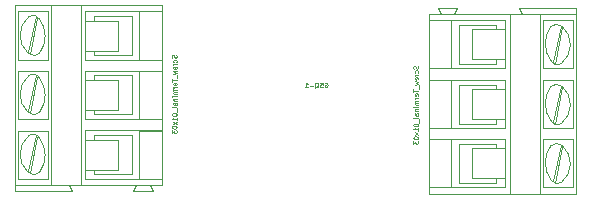
<source format=gbr>
G04 #@! TF.GenerationSoftware,KiCad,Pcbnew,(2018-02-16 revision c95340fba)-makepkg*
G04 #@! TF.CreationDate,2018-04-16T21:08:27+02:00*
G04 #@! TF.ProjectId,lin_bb,6C696E5F62622E6B696361645F706362,rev?*
G04 #@! TF.SameCoordinates,Original*
G04 #@! TF.FileFunction,Other,Fab,Bot*
%FSLAX46Y46*%
G04 Gerber Fmt 4.6, Leading zero omitted, Abs format (unit mm)*
G04 Created by KiCad (PCBNEW (2018-02-16 revision c95340fba)-makepkg) date 04/16/18 21:08:27*
%MOMM*%
%LPD*%
G01*
G04 APERTURE LIST*
%ADD10C,0.100000*%
G04 APERTURE END LIST*
D10*
X132862995Y-109275574D02*
G75*
G02X133782000Y-109431000I399005J-435426D01*
G01*
X132850313Y-112379239D02*
G75*
G02X132912000Y-109231000I1351687J1548239D01*
G01*
X133743737Y-109388667D02*
G75*
G02X133792000Y-112371000I-1901737J-1522333D01*
G01*
X133835995Y-112326532D02*
G75*
G02X132862000Y-112381000I-513995J455532D01*
G01*
X132853301Y-114288028D02*
G75*
G02X133782000Y-114431000I408699J-432972D01*
G01*
X132850313Y-117379239D02*
G75*
G02X132912000Y-114231000I1351687J1548239D01*
G01*
X133743737Y-114388667D02*
G75*
G02X133792000Y-117371000I-1901737J-1522333D01*
G01*
X133825996Y-117336620D02*
G75*
G02X132862000Y-117381000I-503996J455620D01*
G01*
X133825996Y-122416620D02*
G75*
G02X132862000Y-122461000I-503996J455620D01*
G01*
X133743737Y-119468667D02*
G75*
G02X133792000Y-122451000I-1901737J-1522333D01*
G01*
X132850313Y-122459239D02*
G75*
G02X132912000Y-119311000I1351687J1548239D01*
G01*
X132853301Y-119368028D02*
G75*
G02X133782000Y-119511000I408699J-432972D01*
G01*
X137662000Y-114211000D02*
X137662000Y-117511000D01*
X137662000Y-113831000D02*
X137662000Y-114211000D01*
X137662000Y-117891000D02*
X137662000Y-117511000D01*
X137662000Y-112511000D02*
X137662000Y-109201000D01*
X137662000Y-112891000D02*
X137662000Y-112511000D01*
X137662000Y-108821000D02*
X137662000Y-109201000D01*
X133592000Y-109361000D02*
X132962000Y-112401000D01*
X133462000Y-109231000D02*
X132832000Y-112281000D01*
X133592000Y-114361000D02*
X132962000Y-117411000D01*
X133462000Y-114231000D02*
X132832000Y-117281000D01*
X131942000Y-112891000D02*
X131942000Y-108821000D01*
X134482000Y-108821000D02*
X131942000Y-108821000D01*
X134482000Y-112891000D02*
X134482000Y-108821000D01*
X134482000Y-112891000D02*
X131942000Y-112891000D01*
X134482000Y-117891000D02*
X134482000Y-113831000D01*
X131942000Y-117891000D02*
X134482000Y-117891000D01*
X131942000Y-113831000D02*
X131942000Y-117891000D01*
X134482000Y-113831000D02*
X131942000Y-113831000D01*
X134732000Y-108291000D02*
X131692000Y-108291000D01*
X134732000Y-108291000D02*
X134732000Y-118451000D01*
X137272000Y-108291000D02*
X134732000Y-108291000D01*
X144132000Y-108291000D02*
X137272000Y-108291000D01*
X138422000Y-117511000D02*
X138422000Y-117131000D01*
X138422000Y-114211000D02*
X138422000Y-114591000D01*
X138422000Y-112511000D02*
X138422000Y-112131000D01*
X138422000Y-109201000D02*
X138422000Y-109591000D01*
X141592000Y-109201000D02*
X138422000Y-109201000D01*
X141592000Y-112511000D02*
X141592000Y-109201000D01*
X141592000Y-112511000D02*
X138422000Y-112511000D01*
X141592000Y-114211000D02*
X138422000Y-114211000D01*
X141592000Y-117511000D02*
X141592000Y-114211000D01*
X141592000Y-117511000D02*
X138422000Y-117511000D01*
X142232000Y-108821000D02*
X144132000Y-108821000D01*
X142232000Y-112891000D02*
X137662000Y-112891000D01*
X142232000Y-112891000D02*
X142232000Y-108821000D01*
X142232000Y-117891000D02*
X144132000Y-117891000D01*
X142232000Y-113831000D02*
X137662000Y-113831000D01*
X142232000Y-113831000D02*
X142232000Y-117891000D01*
X144132000Y-108821000D02*
X144132000Y-112891000D01*
X144132000Y-108291000D02*
X144132000Y-108821000D01*
X137662000Y-108821000D02*
X142232000Y-108821000D01*
X144132000Y-112891000D02*
X144132000Y-113831000D01*
X144132000Y-112891000D02*
X142232000Y-112891000D01*
X144132000Y-117891000D02*
X144132000Y-118451000D01*
X144132000Y-113831000D02*
X144132000Y-117891000D01*
X137662000Y-117891000D02*
X142232000Y-117891000D01*
X144132000Y-113831000D02*
X142232000Y-113831000D01*
X141972000Y-118891000D02*
X143122000Y-118891000D01*
X143122000Y-118891000D02*
X144132000Y-118891000D01*
X140452000Y-114591000D02*
X137662000Y-114591000D01*
X137662000Y-114591000D02*
X137662000Y-117131000D01*
X140452000Y-117131000D02*
X137662000Y-117131000D01*
X140452000Y-114591000D02*
X140452000Y-117131000D01*
X140452000Y-109591000D02*
X137662000Y-109591000D01*
X137662000Y-109591000D02*
X137662000Y-112131000D01*
X140452000Y-112131000D02*
X137662000Y-112131000D01*
X140452000Y-109591000D02*
X140452000Y-112131000D01*
X140452000Y-119671000D02*
X140452000Y-122211000D01*
X140452000Y-122211000D02*
X137662000Y-122211000D01*
X137662000Y-119671000D02*
X137662000Y-122211000D01*
X140452000Y-119671000D02*
X137662000Y-119671000D01*
X131692000Y-123531000D02*
X134732000Y-123531000D01*
X131692000Y-123531000D02*
X131692000Y-124041000D01*
X131692000Y-124041000D02*
X136512000Y-124041000D01*
X136512000Y-124041000D02*
X136262000Y-123531000D01*
X143372000Y-124041000D02*
X143122000Y-123531000D01*
X143122000Y-123531000D02*
X144132000Y-123531000D01*
X141722000Y-124041000D02*
X141972000Y-123531000D01*
X141972000Y-123531000D02*
X143122000Y-123531000D01*
X141722000Y-124041000D02*
X143372000Y-124041000D01*
X144132000Y-118911000D02*
X142232000Y-118911000D01*
X137662000Y-122971000D02*
X142232000Y-122971000D01*
X144132000Y-122971000D02*
X144132000Y-123531000D01*
X142232000Y-118911000D02*
X142232000Y-122971000D01*
X142232000Y-122971000D02*
X144132000Y-122971000D01*
X141592000Y-122591000D02*
X138422000Y-122591000D01*
X141592000Y-122591000D02*
X141592000Y-119291000D01*
X141592000Y-119291000D02*
X138422000Y-119291000D01*
X138422000Y-119291000D02*
X138422000Y-119671000D01*
X138422000Y-122591000D02*
X138422000Y-122211000D01*
X136262000Y-123531000D02*
X137272000Y-123531000D01*
X137272000Y-123531000D02*
X141972000Y-123531000D01*
X134732000Y-123531000D02*
X136262000Y-123531000D01*
X134482000Y-118911000D02*
X131942000Y-118911000D01*
X131942000Y-118911000D02*
X131942000Y-122971000D01*
X131942000Y-122971000D02*
X134482000Y-122971000D01*
X134482000Y-122971000D02*
X134482000Y-118911000D01*
X133462000Y-119311000D02*
X132832000Y-122361000D01*
X133592000Y-119441000D02*
X132962000Y-122491000D01*
X137662000Y-122971000D02*
X137662000Y-122591000D01*
X137662000Y-118911000D02*
X137662000Y-119291000D01*
X137662000Y-119291000D02*
X137662000Y-122591000D01*
X131692000Y-108291000D02*
X131692000Y-123531000D01*
X134732000Y-118451000D02*
X134732000Y-123471000D01*
X144132000Y-122961000D02*
X144132000Y-118451000D01*
X141912000Y-118891000D02*
X137662000Y-118891000D01*
X137272000Y-123531000D02*
X137272000Y-108351000D01*
X178033005Y-123261426D02*
G75*
G02X177114000Y-123106000I-399005J435426D01*
G01*
X178045687Y-120157761D02*
G75*
G02X177984000Y-123306000I-1351687J-1548239D01*
G01*
X177152263Y-123148333D02*
G75*
G02X177104000Y-120166000I1901737J1522333D01*
G01*
X177060005Y-120210468D02*
G75*
G02X178034000Y-120156000I513995J-455532D01*
G01*
X178042699Y-118248972D02*
G75*
G02X177114000Y-118106000I-408699J432972D01*
G01*
X178045687Y-115157761D02*
G75*
G02X177984000Y-118306000I-1351687J-1548239D01*
G01*
X177152263Y-118148333D02*
G75*
G02X177104000Y-115166000I1901737J1522333D01*
G01*
X177070004Y-115200380D02*
G75*
G02X178034000Y-115156000I503996J-455620D01*
G01*
X177070004Y-110120380D02*
G75*
G02X178034000Y-110076000I503996J-455620D01*
G01*
X177152263Y-113068333D02*
G75*
G02X177104000Y-110086000I1901737J1522333D01*
G01*
X178045687Y-110077761D02*
G75*
G02X177984000Y-113226000I-1351687J-1548239D01*
G01*
X178042699Y-113168972D02*
G75*
G02X177114000Y-113026000I-408699J432972D01*
G01*
X173234000Y-118326000D02*
X173234000Y-115026000D01*
X173234000Y-118706000D02*
X173234000Y-118326000D01*
X173234000Y-114646000D02*
X173234000Y-115026000D01*
X173234000Y-120026000D02*
X173234000Y-123336000D01*
X173234000Y-119646000D02*
X173234000Y-120026000D01*
X173234000Y-123716000D02*
X173234000Y-123336000D01*
X177304000Y-123176000D02*
X177934000Y-120136000D01*
X177434000Y-123306000D02*
X178064000Y-120256000D01*
X177304000Y-118176000D02*
X177934000Y-115126000D01*
X177434000Y-118306000D02*
X178064000Y-115256000D01*
X178954000Y-119646000D02*
X178954000Y-123716000D01*
X176414000Y-123716000D02*
X178954000Y-123716000D01*
X176414000Y-119646000D02*
X176414000Y-123716000D01*
X176414000Y-119646000D02*
X178954000Y-119646000D01*
X176414000Y-114646000D02*
X176414000Y-118706000D01*
X178954000Y-114646000D02*
X176414000Y-114646000D01*
X178954000Y-118706000D02*
X178954000Y-114646000D01*
X176414000Y-118706000D02*
X178954000Y-118706000D01*
X176164000Y-124246000D02*
X179204000Y-124246000D01*
X176164000Y-124246000D02*
X176164000Y-114086000D01*
X173624000Y-124246000D02*
X176164000Y-124246000D01*
X166764000Y-124246000D02*
X173624000Y-124246000D01*
X172474000Y-115026000D02*
X172474000Y-115406000D01*
X172474000Y-118326000D02*
X172474000Y-117946000D01*
X172474000Y-120026000D02*
X172474000Y-120406000D01*
X172474000Y-123336000D02*
X172474000Y-122946000D01*
X169304000Y-123336000D02*
X172474000Y-123336000D01*
X169304000Y-120026000D02*
X169304000Y-123336000D01*
X169304000Y-120026000D02*
X172474000Y-120026000D01*
X169304000Y-118326000D02*
X172474000Y-118326000D01*
X169304000Y-115026000D02*
X169304000Y-118326000D01*
X169304000Y-115026000D02*
X172474000Y-115026000D01*
X168664000Y-123716000D02*
X166764000Y-123716000D01*
X168664000Y-119646000D02*
X173234000Y-119646000D01*
X168664000Y-119646000D02*
X168664000Y-123716000D01*
X168664000Y-114646000D02*
X166764000Y-114646000D01*
X168664000Y-118706000D02*
X173234000Y-118706000D01*
X168664000Y-118706000D02*
X168664000Y-114646000D01*
X166764000Y-123716000D02*
X166764000Y-119646000D01*
X166764000Y-124246000D02*
X166764000Y-123716000D01*
X173234000Y-123716000D02*
X168664000Y-123716000D01*
X166764000Y-119646000D02*
X166764000Y-118706000D01*
X166764000Y-119646000D02*
X168664000Y-119646000D01*
X166764000Y-114646000D02*
X166764000Y-114086000D01*
X166764000Y-118706000D02*
X166764000Y-114646000D01*
X173234000Y-114646000D02*
X168664000Y-114646000D01*
X166764000Y-118706000D02*
X168664000Y-118706000D01*
X168924000Y-113646000D02*
X167774000Y-113646000D01*
X167774000Y-113646000D02*
X166764000Y-113646000D01*
X170444000Y-117946000D02*
X173234000Y-117946000D01*
X173234000Y-117946000D02*
X173234000Y-115406000D01*
X170444000Y-115406000D02*
X173234000Y-115406000D01*
X170444000Y-117946000D02*
X170444000Y-115406000D01*
X170444000Y-122946000D02*
X173234000Y-122946000D01*
X173234000Y-122946000D02*
X173234000Y-120406000D01*
X170444000Y-120406000D02*
X173234000Y-120406000D01*
X170444000Y-122946000D02*
X170444000Y-120406000D01*
X170444000Y-112866000D02*
X170444000Y-110326000D01*
X170444000Y-110326000D02*
X173234000Y-110326000D01*
X173234000Y-112866000D02*
X173234000Y-110326000D01*
X170444000Y-112866000D02*
X173234000Y-112866000D01*
X179204000Y-109006000D02*
X176164000Y-109006000D01*
X179204000Y-109006000D02*
X179204000Y-108496000D01*
X179204000Y-108496000D02*
X174384000Y-108496000D01*
X174384000Y-108496000D02*
X174634000Y-109006000D01*
X167524000Y-108496000D02*
X167774000Y-109006000D01*
X167774000Y-109006000D02*
X166764000Y-109006000D01*
X169174000Y-108496000D02*
X168924000Y-109006000D01*
X168924000Y-109006000D02*
X167774000Y-109006000D01*
X169174000Y-108496000D02*
X167524000Y-108496000D01*
X166764000Y-113626000D02*
X168664000Y-113626000D01*
X173234000Y-109566000D02*
X168664000Y-109566000D01*
X166764000Y-109566000D02*
X166764000Y-109006000D01*
X168664000Y-113626000D02*
X168664000Y-109566000D01*
X168664000Y-109566000D02*
X166764000Y-109566000D01*
X169304000Y-109946000D02*
X172474000Y-109946000D01*
X169304000Y-109946000D02*
X169304000Y-113246000D01*
X169304000Y-113246000D02*
X172474000Y-113246000D01*
X172474000Y-113246000D02*
X172474000Y-112866000D01*
X172474000Y-109946000D02*
X172474000Y-110326000D01*
X174634000Y-109006000D02*
X173624000Y-109006000D01*
X173624000Y-109006000D02*
X168924000Y-109006000D01*
X176164000Y-109006000D02*
X174634000Y-109006000D01*
X176414000Y-113626000D02*
X178954000Y-113626000D01*
X178954000Y-113626000D02*
X178954000Y-109566000D01*
X178954000Y-109566000D02*
X176414000Y-109566000D01*
X176414000Y-109566000D02*
X176414000Y-113626000D01*
X177434000Y-113226000D02*
X178064000Y-110176000D01*
X177304000Y-113096000D02*
X177934000Y-110046000D01*
X173234000Y-109566000D02*
X173234000Y-109946000D01*
X173234000Y-113626000D02*
X173234000Y-113246000D01*
X173234000Y-113246000D02*
X173234000Y-109946000D01*
X179204000Y-124246000D02*
X179204000Y-109006000D01*
X176164000Y-114086000D02*
X176164000Y-109066000D01*
X166764000Y-109576000D02*
X166764000Y-114086000D01*
X168984000Y-113646000D02*
X173234000Y-113646000D01*
X173624000Y-109006000D02*
X173624000Y-124186000D01*
X145383904Y-112525761D02*
X145402952Y-112582904D01*
X145402952Y-112678142D01*
X145383904Y-112716238D01*
X145364857Y-112735285D01*
X145326761Y-112754333D01*
X145288666Y-112754333D01*
X145250571Y-112735285D01*
X145231523Y-112716238D01*
X145212476Y-112678142D01*
X145193428Y-112601952D01*
X145174380Y-112563857D01*
X145155333Y-112544809D01*
X145117238Y-112525761D01*
X145079142Y-112525761D01*
X145041047Y-112544809D01*
X145022000Y-112563857D01*
X145002952Y-112601952D01*
X145002952Y-112697190D01*
X145022000Y-112754333D01*
X145383904Y-113097190D02*
X145402952Y-113059095D01*
X145402952Y-112982904D01*
X145383904Y-112944809D01*
X145364857Y-112925761D01*
X145326761Y-112906714D01*
X145212476Y-112906714D01*
X145174380Y-112925761D01*
X145155333Y-112944809D01*
X145136285Y-112982904D01*
X145136285Y-113059095D01*
X145155333Y-113097190D01*
X145402952Y-113268619D02*
X145136285Y-113268619D01*
X145212476Y-113268619D02*
X145174380Y-113287666D01*
X145155333Y-113306714D01*
X145136285Y-113344809D01*
X145136285Y-113382904D01*
X145383904Y-113668619D02*
X145402952Y-113630523D01*
X145402952Y-113554333D01*
X145383904Y-113516238D01*
X145345809Y-113497190D01*
X145193428Y-113497190D01*
X145155333Y-113516238D01*
X145136285Y-113554333D01*
X145136285Y-113630523D01*
X145155333Y-113668619D01*
X145193428Y-113687666D01*
X145231523Y-113687666D01*
X145269619Y-113497190D01*
X145136285Y-113821000D02*
X145402952Y-113897190D01*
X145212476Y-113973380D01*
X145402952Y-114049571D01*
X145136285Y-114125761D01*
X145441047Y-114182904D02*
X145441047Y-114487666D01*
X145002952Y-114525761D02*
X145002952Y-114754333D01*
X145402952Y-114640047D02*
X145002952Y-114640047D01*
X145383904Y-115040047D02*
X145402952Y-115001952D01*
X145402952Y-114925761D01*
X145383904Y-114887666D01*
X145345809Y-114868619D01*
X145193428Y-114868619D01*
X145155333Y-114887666D01*
X145136285Y-114925761D01*
X145136285Y-115001952D01*
X145155333Y-115040047D01*
X145193428Y-115059095D01*
X145231523Y-115059095D01*
X145269619Y-114868619D01*
X145402952Y-115230523D02*
X145136285Y-115230523D01*
X145212476Y-115230523D02*
X145174380Y-115249571D01*
X145155333Y-115268619D01*
X145136285Y-115306714D01*
X145136285Y-115344809D01*
X145402952Y-115478142D02*
X145136285Y-115478142D01*
X145174380Y-115478142D02*
X145155333Y-115497190D01*
X145136285Y-115535285D01*
X145136285Y-115592428D01*
X145155333Y-115630523D01*
X145193428Y-115649571D01*
X145402952Y-115649571D01*
X145193428Y-115649571D02*
X145155333Y-115668619D01*
X145136285Y-115706714D01*
X145136285Y-115763857D01*
X145155333Y-115801952D01*
X145193428Y-115821000D01*
X145402952Y-115821000D01*
X145402952Y-116011476D02*
X145136285Y-116011476D01*
X145002952Y-116011476D02*
X145022000Y-115992428D01*
X145041047Y-116011476D01*
X145022000Y-116030523D01*
X145002952Y-116011476D01*
X145041047Y-116011476D01*
X145136285Y-116201952D02*
X145402952Y-116201952D01*
X145174380Y-116201952D02*
X145155333Y-116221000D01*
X145136285Y-116259095D01*
X145136285Y-116316238D01*
X145155333Y-116354333D01*
X145193428Y-116373380D01*
X145402952Y-116373380D01*
X145402952Y-116735285D02*
X145193428Y-116735285D01*
X145155333Y-116716238D01*
X145136285Y-116678142D01*
X145136285Y-116601952D01*
X145155333Y-116563857D01*
X145383904Y-116735285D02*
X145402952Y-116697190D01*
X145402952Y-116601952D01*
X145383904Y-116563857D01*
X145345809Y-116544809D01*
X145307714Y-116544809D01*
X145269619Y-116563857D01*
X145250571Y-116601952D01*
X145250571Y-116697190D01*
X145231523Y-116735285D01*
X145402952Y-116982904D02*
X145383904Y-116944809D01*
X145345809Y-116925761D01*
X145002952Y-116925761D01*
X145441047Y-117040047D02*
X145441047Y-117344809D01*
X145002952Y-117516238D02*
X145002952Y-117554333D01*
X145022000Y-117592428D01*
X145041047Y-117611476D01*
X145079142Y-117630523D01*
X145155333Y-117649571D01*
X145250571Y-117649571D01*
X145326761Y-117630523D01*
X145364857Y-117611476D01*
X145383904Y-117592428D01*
X145402952Y-117554333D01*
X145402952Y-117516238D01*
X145383904Y-117478142D01*
X145364857Y-117459095D01*
X145326761Y-117440047D01*
X145250571Y-117421000D01*
X145155333Y-117421000D01*
X145079142Y-117440047D01*
X145041047Y-117459095D01*
X145022000Y-117478142D01*
X145002952Y-117516238D01*
X145402952Y-118030523D02*
X145402952Y-117801952D01*
X145402952Y-117916238D02*
X145002952Y-117916238D01*
X145060095Y-117878142D01*
X145098190Y-117840047D01*
X145117238Y-117801952D01*
X145402952Y-118163857D02*
X145136285Y-118373380D01*
X145136285Y-118163857D02*
X145402952Y-118373380D01*
X145002952Y-118601952D02*
X145002952Y-118640047D01*
X145022000Y-118678142D01*
X145041047Y-118697190D01*
X145079142Y-118716238D01*
X145155333Y-118735285D01*
X145250571Y-118735285D01*
X145326761Y-118716238D01*
X145364857Y-118697190D01*
X145383904Y-118678142D01*
X145402952Y-118640047D01*
X145402952Y-118601952D01*
X145383904Y-118563857D01*
X145364857Y-118544809D01*
X145326761Y-118525761D01*
X145250571Y-118506714D01*
X145155333Y-118506714D01*
X145079142Y-118525761D01*
X145041047Y-118544809D01*
X145022000Y-118563857D01*
X145002952Y-118601952D01*
X145002952Y-118868619D02*
X145002952Y-119116238D01*
X145155333Y-118982904D01*
X145155333Y-119040047D01*
X145174380Y-119078142D01*
X145193428Y-119097190D01*
X145231523Y-119116238D01*
X145326761Y-119116238D01*
X145364857Y-119097190D01*
X145383904Y-119078142D01*
X145402952Y-119040047D01*
X145402952Y-118925761D01*
X145383904Y-118887666D01*
X145364857Y-118868619D01*
X165835904Y-113420761D02*
X165854952Y-113477904D01*
X165854952Y-113573142D01*
X165835904Y-113611238D01*
X165816857Y-113630285D01*
X165778761Y-113649333D01*
X165740666Y-113649333D01*
X165702571Y-113630285D01*
X165683523Y-113611238D01*
X165664476Y-113573142D01*
X165645428Y-113496952D01*
X165626380Y-113458857D01*
X165607333Y-113439809D01*
X165569238Y-113420761D01*
X165531142Y-113420761D01*
X165493047Y-113439809D01*
X165474000Y-113458857D01*
X165454952Y-113496952D01*
X165454952Y-113592190D01*
X165474000Y-113649333D01*
X165835904Y-113992190D02*
X165854952Y-113954095D01*
X165854952Y-113877904D01*
X165835904Y-113839809D01*
X165816857Y-113820761D01*
X165778761Y-113801714D01*
X165664476Y-113801714D01*
X165626380Y-113820761D01*
X165607333Y-113839809D01*
X165588285Y-113877904D01*
X165588285Y-113954095D01*
X165607333Y-113992190D01*
X165854952Y-114163619D02*
X165588285Y-114163619D01*
X165664476Y-114163619D02*
X165626380Y-114182666D01*
X165607333Y-114201714D01*
X165588285Y-114239809D01*
X165588285Y-114277904D01*
X165835904Y-114563619D02*
X165854952Y-114525523D01*
X165854952Y-114449333D01*
X165835904Y-114411238D01*
X165797809Y-114392190D01*
X165645428Y-114392190D01*
X165607333Y-114411238D01*
X165588285Y-114449333D01*
X165588285Y-114525523D01*
X165607333Y-114563619D01*
X165645428Y-114582666D01*
X165683523Y-114582666D01*
X165721619Y-114392190D01*
X165588285Y-114716000D02*
X165854952Y-114792190D01*
X165664476Y-114868380D01*
X165854952Y-114944571D01*
X165588285Y-115020761D01*
X165893047Y-115077904D02*
X165893047Y-115382666D01*
X165454952Y-115420761D02*
X165454952Y-115649333D01*
X165854952Y-115535047D02*
X165454952Y-115535047D01*
X165835904Y-115935047D02*
X165854952Y-115896952D01*
X165854952Y-115820761D01*
X165835904Y-115782666D01*
X165797809Y-115763619D01*
X165645428Y-115763619D01*
X165607333Y-115782666D01*
X165588285Y-115820761D01*
X165588285Y-115896952D01*
X165607333Y-115935047D01*
X165645428Y-115954095D01*
X165683523Y-115954095D01*
X165721619Y-115763619D01*
X165854952Y-116125523D02*
X165588285Y-116125523D01*
X165664476Y-116125523D02*
X165626380Y-116144571D01*
X165607333Y-116163619D01*
X165588285Y-116201714D01*
X165588285Y-116239809D01*
X165854952Y-116373142D02*
X165588285Y-116373142D01*
X165626380Y-116373142D02*
X165607333Y-116392190D01*
X165588285Y-116430285D01*
X165588285Y-116487428D01*
X165607333Y-116525523D01*
X165645428Y-116544571D01*
X165854952Y-116544571D01*
X165645428Y-116544571D02*
X165607333Y-116563619D01*
X165588285Y-116601714D01*
X165588285Y-116658857D01*
X165607333Y-116696952D01*
X165645428Y-116716000D01*
X165854952Y-116716000D01*
X165854952Y-116906476D02*
X165588285Y-116906476D01*
X165454952Y-116906476D02*
X165474000Y-116887428D01*
X165493047Y-116906476D01*
X165474000Y-116925523D01*
X165454952Y-116906476D01*
X165493047Y-116906476D01*
X165588285Y-117096952D02*
X165854952Y-117096952D01*
X165626380Y-117096952D02*
X165607333Y-117116000D01*
X165588285Y-117154095D01*
X165588285Y-117211238D01*
X165607333Y-117249333D01*
X165645428Y-117268380D01*
X165854952Y-117268380D01*
X165854952Y-117630285D02*
X165645428Y-117630285D01*
X165607333Y-117611238D01*
X165588285Y-117573142D01*
X165588285Y-117496952D01*
X165607333Y-117458857D01*
X165835904Y-117630285D02*
X165854952Y-117592190D01*
X165854952Y-117496952D01*
X165835904Y-117458857D01*
X165797809Y-117439809D01*
X165759714Y-117439809D01*
X165721619Y-117458857D01*
X165702571Y-117496952D01*
X165702571Y-117592190D01*
X165683523Y-117630285D01*
X165854952Y-117877904D02*
X165835904Y-117839809D01*
X165797809Y-117820761D01*
X165454952Y-117820761D01*
X165893047Y-117935047D02*
X165893047Y-118239809D01*
X165454952Y-118411238D02*
X165454952Y-118449333D01*
X165474000Y-118487428D01*
X165493047Y-118506476D01*
X165531142Y-118525523D01*
X165607333Y-118544571D01*
X165702571Y-118544571D01*
X165778761Y-118525523D01*
X165816857Y-118506476D01*
X165835904Y-118487428D01*
X165854952Y-118449333D01*
X165854952Y-118411238D01*
X165835904Y-118373142D01*
X165816857Y-118354095D01*
X165778761Y-118335047D01*
X165702571Y-118316000D01*
X165607333Y-118316000D01*
X165531142Y-118335047D01*
X165493047Y-118354095D01*
X165474000Y-118373142D01*
X165454952Y-118411238D01*
X165854952Y-118925523D02*
X165854952Y-118696952D01*
X165854952Y-118811238D02*
X165454952Y-118811238D01*
X165512095Y-118773142D01*
X165550190Y-118735047D01*
X165569238Y-118696952D01*
X165854952Y-119058857D02*
X165588285Y-119268380D01*
X165588285Y-119058857D02*
X165854952Y-119268380D01*
X165454952Y-119496952D02*
X165454952Y-119535047D01*
X165474000Y-119573142D01*
X165493047Y-119592190D01*
X165531142Y-119611238D01*
X165607333Y-119630285D01*
X165702571Y-119630285D01*
X165778761Y-119611238D01*
X165816857Y-119592190D01*
X165835904Y-119573142D01*
X165854952Y-119535047D01*
X165854952Y-119496952D01*
X165835904Y-119458857D01*
X165816857Y-119439809D01*
X165778761Y-119420761D01*
X165702571Y-119401714D01*
X165607333Y-119401714D01*
X165531142Y-119420761D01*
X165493047Y-119439809D01*
X165474000Y-119458857D01*
X165454952Y-119496952D01*
X165454952Y-119763619D02*
X165454952Y-120011238D01*
X165607333Y-119877904D01*
X165607333Y-119935047D01*
X165626380Y-119973142D01*
X165645428Y-119992190D01*
X165683523Y-120011238D01*
X165778761Y-120011238D01*
X165816857Y-119992190D01*
X165835904Y-119973142D01*
X165854952Y-119935047D01*
X165854952Y-119820761D01*
X165835904Y-119782666D01*
X165816857Y-119763619D01*
X157959333Y-114862000D02*
X157997428Y-114842952D01*
X158054571Y-114842952D01*
X158111714Y-114862000D01*
X158149809Y-114900095D01*
X158168857Y-114938190D01*
X158187904Y-115014380D01*
X158187904Y-115071523D01*
X158168857Y-115147714D01*
X158149809Y-115185809D01*
X158111714Y-115223904D01*
X158054571Y-115242952D01*
X158016476Y-115242952D01*
X157959333Y-115223904D01*
X157940285Y-115204857D01*
X157940285Y-115071523D01*
X158016476Y-115071523D01*
X157578380Y-114842952D02*
X157768857Y-114842952D01*
X157787904Y-115033428D01*
X157768857Y-115014380D01*
X157730761Y-114995333D01*
X157635523Y-114995333D01*
X157597428Y-115014380D01*
X157578380Y-115033428D01*
X157559333Y-115071523D01*
X157559333Y-115166761D01*
X157578380Y-115204857D01*
X157597428Y-115223904D01*
X157635523Y-115242952D01*
X157730761Y-115242952D01*
X157768857Y-115223904D01*
X157787904Y-115204857D01*
X157121238Y-115281047D02*
X157159333Y-115262000D01*
X157197428Y-115223904D01*
X157254571Y-115166761D01*
X157292666Y-115147714D01*
X157330761Y-115147714D01*
X157311714Y-115242952D02*
X157349809Y-115223904D01*
X157387904Y-115185809D01*
X157406952Y-115109619D01*
X157406952Y-114976285D01*
X157387904Y-114900095D01*
X157349809Y-114862000D01*
X157311714Y-114842952D01*
X157235523Y-114842952D01*
X157197428Y-114862000D01*
X157159333Y-114900095D01*
X157140285Y-114976285D01*
X157140285Y-115109619D01*
X157159333Y-115185809D01*
X157197428Y-115223904D01*
X157235523Y-115242952D01*
X157311714Y-115242952D01*
X156968857Y-115090571D02*
X156664095Y-115090571D01*
X156264095Y-115242952D02*
X156492666Y-115242952D01*
X156378380Y-115242952D02*
X156378380Y-114842952D01*
X156416476Y-114900095D01*
X156454571Y-114938190D01*
X156492666Y-114957238D01*
M02*

</source>
